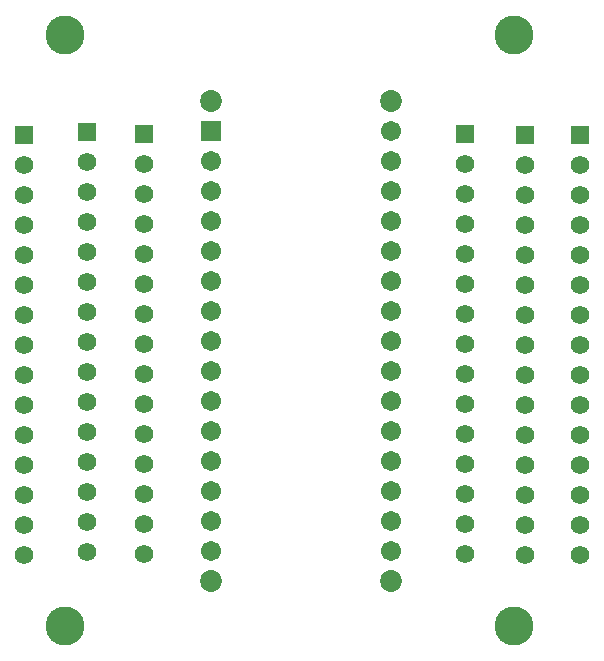
<source format=gbs>
G04*
G04 #@! TF.GenerationSoftware,Altium Limited,Altium Designer,24.1.2 (44)*
G04*
G04 Layer_Color=16711935*
%FSLAX44Y44*%
%MOMM*%
G71*
G04*
G04 #@! TF.SameCoordinates,DA2C95F4-03E7-481E-B0F5-842642FF9007*
G04*
G04*
G04 #@! TF.FilePolarity,Negative*
G04*
G01*
G75*
%ADD13C,3.3032*%
%ADD14R,1.5732X1.5732*%
%ADD15C,1.5732*%
%ADD16C,1.8542*%
%ADD17C,1.7112*%
%ADD18R,1.7112X1.7112*%
D13*
X580000Y150000D02*
D03*
X200000D02*
D03*
X580000Y650000D02*
D03*
X200000D02*
D03*
D14*
X165100Y565150D02*
D03*
X218440Y567690D02*
D03*
X266700Y566420D02*
D03*
X636270Y565150D02*
D03*
X589280D02*
D03*
X538480Y566420D02*
D03*
D15*
X165100Y539750D02*
D03*
Y514350D02*
D03*
Y488950D02*
D03*
Y463550D02*
D03*
Y438150D02*
D03*
Y412750D02*
D03*
Y387350D02*
D03*
Y361950D02*
D03*
Y336550D02*
D03*
Y311150D02*
D03*
Y285750D02*
D03*
Y260350D02*
D03*
Y234950D02*
D03*
Y209550D02*
D03*
X218440Y542290D02*
D03*
Y516890D02*
D03*
Y491490D02*
D03*
Y466090D02*
D03*
Y440690D02*
D03*
Y415290D02*
D03*
Y389890D02*
D03*
Y364490D02*
D03*
Y339090D02*
D03*
Y313690D02*
D03*
Y288290D02*
D03*
Y262890D02*
D03*
Y237490D02*
D03*
Y212090D02*
D03*
X266700Y541020D02*
D03*
Y515620D02*
D03*
Y490220D02*
D03*
Y464820D02*
D03*
Y439420D02*
D03*
Y414020D02*
D03*
Y388620D02*
D03*
Y363220D02*
D03*
Y337820D02*
D03*
Y312420D02*
D03*
Y287020D02*
D03*
Y261620D02*
D03*
Y236220D02*
D03*
Y210820D02*
D03*
X636270Y539750D02*
D03*
Y514350D02*
D03*
Y488950D02*
D03*
Y463550D02*
D03*
Y438150D02*
D03*
Y412750D02*
D03*
Y387350D02*
D03*
Y361950D02*
D03*
Y336550D02*
D03*
Y311150D02*
D03*
Y285750D02*
D03*
Y260350D02*
D03*
Y234950D02*
D03*
Y209550D02*
D03*
X589280Y539750D02*
D03*
Y514350D02*
D03*
Y488950D02*
D03*
Y463550D02*
D03*
Y438150D02*
D03*
Y412750D02*
D03*
Y387350D02*
D03*
Y361950D02*
D03*
Y336550D02*
D03*
Y311150D02*
D03*
Y285750D02*
D03*
Y260350D02*
D03*
Y234950D02*
D03*
Y209550D02*
D03*
X538480Y541020D02*
D03*
Y515620D02*
D03*
Y490220D02*
D03*
Y464820D02*
D03*
Y439420D02*
D03*
Y414020D02*
D03*
Y388620D02*
D03*
Y363220D02*
D03*
Y337820D02*
D03*
Y312420D02*
D03*
Y287020D02*
D03*
Y261620D02*
D03*
Y236220D02*
D03*
Y210820D02*
D03*
D16*
X476250Y594360D02*
D03*
X323850D02*
D03*
X476250Y187960D02*
D03*
X323850D02*
D03*
D17*
X476250Y568960D02*
D03*
Y543560D02*
D03*
Y518160D02*
D03*
Y492760D02*
D03*
Y467360D02*
D03*
Y441960D02*
D03*
Y416560D02*
D03*
Y391160D02*
D03*
Y365760D02*
D03*
Y340360D02*
D03*
Y314960D02*
D03*
Y289560D02*
D03*
Y264160D02*
D03*
Y238760D02*
D03*
Y213360D02*
D03*
X323850D02*
D03*
Y238760D02*
D03*
Y264160D02*
D03*
Y289560D02*
D03*
Y314960D02*
D03*
Y340360D02*
D03*
Y365760D02*
D03*
Y391160D02*
D03*
Y416560D02*
D03*
Y441960D02*
D03*
Y467360D02*
D03*
Y492760D02*
D03*
Y518160D02*
D03*
Y543560D02*
D03*
D18*
Y568960D02*
D03*
M02*

</source>
